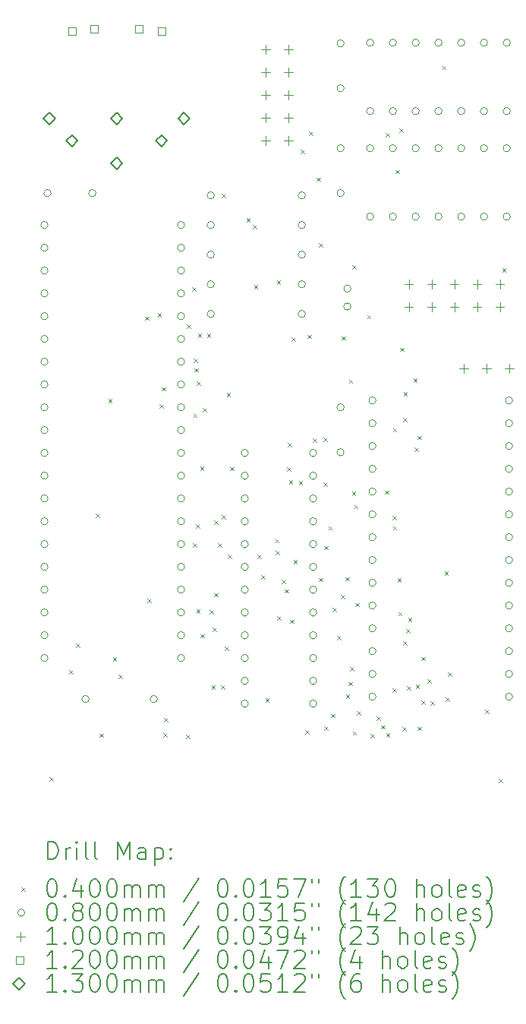
<source format=gbr>
%FSLAX45Y45*%
G04 Gerber Fmt 4.5, Leading zero omitted, Abs format (unit mm)*
G04 Created by KiCad (PCBNEW 6.0.2+dfsg-1) date 2025-05-07 10:33:05*
%MOMM*%
%LPD*%
G01*
G04 APERTURE LIST*
%ADD10C,0.200000*%
%ADD11C,0.040000*%
%ADD12C,0.080000*%
%ADD13C,0.100000*%
%ADD14C,0.120000*%
%ADD15C,0.130000*%
G04 APERTURE END LIST*
D10*
D11*
X12297260Y-13671200D02*
X12337260Y-13711200D01*
X12337260Y-13671200D02*
X12297260Y-13711200D01*
X12518740Y-12481610D02*
X12558740Y-12521610D01*
X12558740Y-12481610D02*
X12518740Y-12521610D01*
X12595050Y-12184380D02*
X12635050Y-12224380D01*
X12635050Y-12184380D02*
X12595050Y-12224380D01*
X12814600Y-10733550D02*
X12854600Y-10773550D01*
X12854600Y-10733550D02*
X12814600Y-10773550D01*
X12855760Y-13184910D02*
X12895760Y-13224910D01*
X12895760Y-13184910D02*
X12855760Y-13224910D01*
X12955180Y-9456720D02*
X12995180Y-9496720D01*
X12995180Y-9456720D02*
X12955180Y-9496720D01*
X13005310Y-12335380D02*
X13045310Y-12375380D01*
X13045310Y-12335380D02*
X13005310Y-12375380D01*
X13068560Y-12527630D02*
X13108560Y-12567630D01*
X13108560Y-12527630D02*
X13068560Y-12567630D01*
X13362420Y-8537870D02*
X13402420Y-8577870D01*
X13402420Y-8537870D02*
X13362420Y-8577870D01*
X13389390Y-11680890D02*
X13429390Y-11720890D01*
X13429390Y-11680890D02*
X13389390Y-11720890D01*
X13505520Y-8501180D02*
X13545520Y-8541180D01*
X13545520Y-8501180D02*
X13505520Y-8541180D01*
X13526780Y-9513850D02*
X13566780Y-9553850D01*
X13566780Y-9513850D02*
X13526780Y-9553850D01*
X13549130Y-9324930D02*
X13589130Y-9364930D01*
X13589130Y-9324930D02*
X13549130Y-9364930D01*
X13569000Y-13179470D02*
X13609000Y-13219470D01*
X13609000Y-13179470D02*
X13569000Y-13219470D01*
X13578010Y-13014550D02*
X13618010Y-13054550D01*
X13618010Y-13014550D02*
X13578010Y-13054550D01*
X13823650Y-13201100D02*
X13863650Y-13241100D01*
X13863650Y-13201100D02*
X13823650Y-13241100D01*
X13829990Y-8629280D02*
X13869990Y-8669280D01*
X13869990Y-8629280D02*
X13829990Y-8669280D01*
X13888670Y-8208880D02*
X13928670Y-8248880D01*
X13928670Y-8208880D02*
X13888670Y-8248880D01*
X13896410Y-11064050D02*
X13936410Y-11104050D01*
X13936410Y-11064050D02*
X13896410Y-11104050D01*
X13903110Y-9622110D02*
X13943110Y-9662110D01*
X13943110Y-9622110D02*
X13903110Y-9662110D01*
X13908540Y-9008140D02*
X13948540Y-9048140D01*
X13948540Y-9008140D02*
X13908540Y-9048140D01*
X13912090Y-9113150D02*
X13952090Y-9153150D01*
X13952090Y-9113150D02*
X13912090Y-9153150D01*
X13933270Y-10853190D02*
X13973270Y-10893190D01*
X13973270Y-10853190D02*
X13933270Y-10893190D01*
X13936820Y-11798890D02*
X13976820Y-11838890D01*
X13976820Y-11798890D02*
X13936820Y-11838890D01*
X13941320Y-9263630D02*
X13981320Y-9303630D01*
X13981320Y-9263630D02*
X13941320Y-9303630D01*
X13954160Y-8729500D02*
X13994160Y-8769500D01*
X13994160Y-8729500D02*
X13954160Y-8769500D01*
X13977590Y-10211750D02*
X14017590Y-10251750D01*
X14017590Y-10211750D02*
X13977590Y-10251750D01*
X13981040Y-12076630D02*
X14021040Y-12116630D01*
X14021040Y-12076630D02*
X13981040Y-12116630D01*
X14005390Y-9560270D02*
X14045390Y-9600270D01*
X14045390Y-9560270D02*
X14005390Y-9600270D01*
X14055560Y-8730890D02*
X14095560Y-8770890D01*
X14095560Y-8730890D02*
X14055560Y-8770890D01*
X14082210Y-11811090D02*
X14122210Y-11851090D01*
X14122210Y-11811090D02*
X14082210Y-11851090D01*
X14104890Y-12650310D02*
X14144890Y-12690310D01*
X14144890Y-12650310D02*
X14104890Y-12690310D01*
X14115240Y-12004970D02*
X14155240Y-12044970D01*
X14155240Y-12004970D02*
X14115240Y-12044970D01*
X14133450Y-11619200D02*
X14173450Y-11659200D01*
X14173450Y-11619200D02*
X14133450Y-11659200D01*
X14135760Y-10813360D02*
X14175760Y-10853360D01*
X14175760Y-10813360D02*
X14135760Y-10853360D01*
X14176260Y-11062860D02*
X14216260Y-11102860D01*
X14216260Y-11062860D02*
X14176260Y-11102860D01*
X14211100Y-12647660D02*
X14251100Y-12687660D01*
X14251100Y-12647660D02*
X14211100Y-12687660D01*
X14219010Y-7169830D02*
X14259010Y-7209830D01*
X14259010Y-7169830D02*
X14219010Y-7209830D01*
X14220220Y-10754210D02*
X14260220Y-10794210D01*
X14260220Y-10754210D02*
X14220220Y-10794210D01*
X14254070Y-12213540D02*
X14294070Y-12253540D01*
X14294070Y-12213540D02*
X14254070Y-12253540D01*
X14275250Y-9389210D02*
X14315250Y-9429210D01*
X14315250Y-9389210D02*
X14275250Y-9429210D01*
X14287730Y-11190740D02*
X14327730Y-11230740D01*
X14327730Y-11190740D02*
X14287730Y-11230740D01*
X14312500Y-10213400D02*
X14352500Y-10253400D01*
X14352500Y-10213400D02*
X14312500Y-10253400D01*
X14494680Y-7442520D02*
X14534680Y-7482520D01*
X14534680Y-7442520D02*
X14494680Y-7482520D01*
X14566060Y-7515220D02*
X14606060Y-7555220D01*
X14606060Y-7515220D02*
X14566060Y-7555220D01*
X14579380Y-8187010D02*
X14619380Y-8227010D01*
X14619380Y-8187010D02*
X14579380Y-8227010D01*
X14615600Y-11194550D02*
X14655600Y-11234550D01*
X14655600Y-11194550D02*
X14615600Y-11234550D01*
X14662000Y-11421170D02*
X14702000Y-11461170D01*
X14702000Y-11421170D02*
X14662000Y-11461170D01*
X14707260Y-12789490D02*
X14747260Y-12829490D01*
X14747260Y-12789490D02*
X14707260Y-12829490D01*
X14817560Y-11017630D02*
X14857560Y-11057630D01*
X14857560Y-11017630D02*
X14817560Y-11057630D01*
X14818490Y-11148490D02*
X14858490Y-11188490D01*
X14858490Y-11148490D02*
X14818490Y-11188490D01*
X14832640Y-8135480D02*
X14872640Y-8175480D01*
X14872640Y-8135480D02*
X14832640Y-8175480D01*
X14837140Y-11880260D02*
X14877140Y-11920260D01*
X14877140Y-11880260D02*
X14837140Y-11920260D01*
X14885790Y-11471260D02*
X14925790Y-11511260D01*
X14925790Y-11471260D02*
X14885790Y-11511260D01*
X14924270Y-11576060D02*
X14964270Y-11616060D01*
X14964270Y-11576060D02*
X14924270Y-11616060D01*
X14948010Y-10218680D02*
X14988010Y-10258680D01*
X14988010Y-10218680D02*
X14948010Y-10258680D01*
X14959150Y-9947870D02*
X14999150Y-9987870D01*
X14999150Y-9947870D02*
X14959150Y-9987870D01*
X14969050Y-10363150D02*
X15009050Y-10403150D01*
X15009050Y-10363150D02*
X14969050Y-10403150D01*
X14982530Y-11916070D02*
X15022530Y-11956070D01*
X15022530Y-11916070D02*
X14982530Y-11956070D01*
X14997180Y-8772810D02*
X15037180Y-8812810D01*
X15037180Y-8772810D02*
X14997180Y-8812810D01*
X15019150Y-11251110D02*
X15059150Y-11291110D01*
X15059150Y-11251110D02*
X15019150Y-11291110D01*
X15079230Y-10370740D02*
X15119230Y-10410740D01*
X15119230Y-10370740D02*
X15079230Y-10410740D01*
X15102690Y-6677700D02*
X15142690Y-6717700D01*
X15142690Y-6677700D02*
X15102690Y-6717700D01*
X15150780Y-13145210D02*
X15190780Y-13185210D01*
X15190780Y-13145210D02*
X15150780Y-13185210D01*
X15175040Y-8739590D02*
X15215040Y-8779590D01*
X15215040Y-8739590D02*
X15175040Y-8779590D01*
X15192370Y-6475440D02*
X15232370Y-6515440D01*
X15232370Y-6475440D02*
X15192370Y-6515440D01*
X15233270Y-9895900D02*
X15273270Y-9935900D01*
X15273270Y-9895900D02*
X15233270Y-9935900D01*
X15280710Y-6988970D02*
X15320710Y-7028970D01*
X15320710Y-6988970D02*
X15280710Y-7028970D01*
X15302960Y-7719120D02*
X15342960Y-7759120D01*
X15342960Y-7719120D02*
X15302960Y-7759120D01*
X15306560Y-11449690D02*
X15346560Y-11489690D01*
X15346560Y-11449690D02*
X15306560Y-11489690D01*
X15356500Y-9888760D02*
X15396500Y-9928760D01*
X15396500Y-9888760D02*
X15356500Y-9928760D01*
X15356500Y-10385680D02*
X15396500Y-10425680D01*
X15396500Y-10385680D02*
X15356500Y-10425680D01*
X15361280Y-13107990D02*
X15401280Y-13147990D01*
X15401280Y-13107990D02*
X15361280Y-13147990D01*
X15363910Y-11093900D02*
X15403910Y-11133900D01*
X15403910Y-11093900D02*
X15363910Y-11133900D01*
X15409100Y-10873890D02*
X15449100Y-10913890D01*
X15449100Y-10873890D02*
X15409100Y-10913890D01*
X15439270Y-12964370D02*
X15479270Y-13004370D01*
X15479270Y-12964370D02*
X15439270Y-13004370D01*
X15455120Y-11787170D02*
X15495120Y-11827170D01*
X15495120Y-11787170D02*
X15455120Y-11827170D01*
X15503820Y-12095540D02*
X15543820Y-12135540D01*
X15543820Y-12095540D02*
X15503820Y-12135540D01*
X15550600Y-11638110D02*
X15590600Y-11678110D01*
X15590600Y-11638110D02*
X15550600Y-11678110D01*
X15554670Y-8756460D02*
X15594670Y-8796460D01*
X15594670Y-8756460D02*
X15554670Y-8796460D01*
X15602580Y-11441630D02*
X15642580Y-11481630D01*
X15642580Y-11441630D02*
X15602580Y-11481630D01*
X15603800Y-12751930D02*
X15643800Y-12791930D01*
X15643800Y-12751930D02*
X15603800Y-12791930D01*
X15634300Y-12608890D02*
X15674300Y-12648890D01*
X15674300Y-12608890D02*
X15634300Y-12648890D01*
X15638710Y-9240930D02*
X15678710Y-9280930D01*
X15678710Y-9240930D02*
X15638710Y-9280930D01*
X15653710Y-12443260D02*
X15693710Y-12483260D01*
X15693710Y-12443260D02*
X15653710Y-12483260D01*
X15672720Y-10492010D02*
X15712720Y-10532010D01*
X15712720Y-10492010D02*
X15672720Y-10532010D01*
X15674300Y-7963800D02*
X15714300Y-8003800D01*
X15714300Y-7963800D02*
X15674300Y-8003800D01*
X15679190Y-13160250D02*
X15719190Y-13200250D01*
X15719190Y-13160250D02*
X15679190Y-13200250D01*
X15696560Y-10637400D02*
X15736560Y-10677400D01*
X15736560Y-10637400D02*
X15696560Y-10677400D01*
X15712510Y-11729750D02*
X15752510Y-11769750D01*
X15752510Y-11729750D02*
X15712510Y-11769750D01*
X15726330Y-12935400D02*
X15766330Y-12975400D01*
X15766330Y-12935400D02*
X15726330Y-12975400D01*
X15840400Y-8521620D02*
X15880400Y-8561620D01*
X15880400Y-8521620D02*
X15840400Y-8561620D01*
X15878060Y-13189950D02*
X15918060Y-13229950D01*
X15918060Y-13189950D02*
X15878060Y-13229950D01*
X15947410Y-12996890D02*
X15987410Y-13036890D01*
X15987410Y-12996890D02*
X15947410Y-13036890D01*
X16000420Y-13093620D02*
X16040420Y-13133620D01*
X16040420Y-13093620D02*
X16000420Y-13133620D01*
X16038290Y-10475250D02*
X16078290Y-10515250D01*
X16078290Y-10475250D02*
X16038290Y-10515250D01*
X16051660Y-6491420D02*
X16091660Y-6531420D01*
X16091660Y-6491420D02*
X16051660Y-6531420D01*
X16052750Y-13183650D02*
X16092750Y-13223650D01*
X16092750Y-13183650D02*
X16052750Y-13223650D01*
X16123720Y-12680080D02*
X16163720Y-12720080D01*
X16163720Y-12680080D02*
X16123720Y-12720080D01*
X16125950Y-10758640D02*
X16165950Y-10798640D01*
X16165950Y-10758640D02*
X16125950Y-10798640D01*
X16129890Y-9781320D02*
X16169890Y-9821320D01*
X16169890Y-9781320D02*
X16129890Y-9821320D01*
X16130040Y-10874740D02*
X16170040Y-10914740D01*
X16170040Y-10874740D02*
X16130040Y-10914740D01*
X16157420Y-6902500D02*
X16197420Y-6942500D01*
X16197420Y-6902500D02*
X16157420Y-6942500D01*
X16179900Y-11453400D02*
X16219900Y-11493400D01*
X16219900Y-11453400D02*
X16179900Y-11493400D01*
X16188910Y-11831860D02*
X16228910Y-11871860D01*
X16228910Y-11831860D02*
X16188910Y-11871860D01*
X16199420Y-6439740D02*
X16239420Y-6479740D01*
X16239420Y-6439740D02*
X16199420Y-6479740D01*
X16210600Y-8884340D02*
X16250600Y-8924340D01*
X16250600Y-8884340D02*
X16210600Y-8924340D01*
X16233420Y-13111620D02*
X16273420Y-13151620D01*
X16273420Y-13111620D02*
X16233420Y-13151620D01*
X16240660Y-12158150D02*
X16280660Y-12198150D01*
X16280660Y-12158150D02*
X16240660Y-12198150D01*
X16243920Y-9666430D02*
X16283920Y-9706430D01*
X16283920Y-9666430D02*
X16243920Y-9706430D01*
X16246700Y-9381000D02*
X16286700Y-9421000D01*
X16286700Y-9381000D02*
X16246700Y-9421000D01*
X16276620Y-12023830D02*
X16316620Y-12063830D01*
X16316620Y-12023830D02*
X16276620Y-12063830D01*
X16282680Y-12655920D02*
X16322680Y-12695920D01*
X16322680Y-12655920D02*
X16282680Y-12695920D01*
X16297530Y-11896800D02*
X16337530Y-11936800D01*
X16337530Y-11896800D02*
X16297530Y-11936800D01*
X16356820Y-9227610D02*
X16396820Y-9267610D01*
X16396820Y-9227610D02*
X16356820Y-9267610D01*
X16370850Y-9999140D02*
X16410850Y-10039140D01*
X16410850Y-9999140D02*
X16370850Y-10039140D01*
X16383720Y-12640530D02*
X16423720Y-12680530D01*
X16423720Y-12640530D02*
X16383720Y-12680530D01*
X16404220Y-9866420D02*
X16444220Y-9906420D01*
X16444220Y-9866420D02*
X16404220Y-9906420D01*
X16405220Y-13109280D02*
X16445220Y-13149280D01*
X16445220Y-13109280D02*
X16405220Y-13149280D01*
X16444480Y-12330210D02*
X16484480Y-12370210D01*
X16484480Y-12330210D02*
X16444480Y-12370210D01*
X16446750Y-12814300D02*
X16486750Y-12854300D01*
X16486750Y-12814300D02*
X16446750Y-12854300D01*
X16511290Y-12580670D02*
X16551290Y-12620670D01*
X16551290Y-12580670D02*
X16511290Y-12620670D01*
X16546950Y-12825280D02*
X16586950Y-12865280D01*
X16586950Y-12825280D02*
X16546950Y-12865280D01*
X16678680Y-5742630D02*
X16718680Y-5782630D01*
X16718680Y-5742630D02*
X16678680Y-5782630D01*
X16704120Y-11375270D02*
X16744120Y-11415270D01*
X16744120Y-11375270D02*
X16704120Y-11415270D01*
X16715760Y-12781170D02*
X16755760Y-12821170D01*
X16755760Y-12781170D02*
X16715760Y-12821170D01*
X16743220Y-12505220D02*
X16783220Y-12545220D01*
X16783220Y-12505220D02*
X16743220Y-12545220D01*
X17158730Y-12920730D02*
X17198730Y-12960730D01*
X17198730Y-12920730D02*
X17158730Y-12960730D01*
X17310860Y-13687670D02*
X17350860Y-13727670D01*
X17350860Y-13687670D02*
X17310860Y-13727670D01*
X17347390Y-7997410D02*
X17387390Y-8037410D01*
X17387390Y-7997410D02*
X17347390Y-8037410D01*
D12*
X12282300Y-7518400D02*
G75*
G03*
X12282300Y-7518400I-40000J0D01*
G01*
X12282300Y-7772400D02*
G75*
G03*
X12282300Y-7772400I-40000J0D01*
G01*
X12282300Y-8026400D02*
G75*
G03*
X12282300Y-8026400I-40000J0D01*
G01*
X12282300Y-8280400D02*
G75*
G03*
X12282300Y-8280400I-40000J0D01*
G01*
X12282300Y-8534400D02*
G75*
G03*
X12282300Y-8534400I-40000J0D01*
G01*
X12282300Y-8788400D02*
G75*
G03*
X12282300Y-8788400I-40000J0D01*
G01*
X12282300Y-9042400D02*
G75*
G03*
X12282300Y-9042400I-40000J0D01*
G01*
X12282300Y-9296400D02*
G75*
G03*
X12282300Y-9296400I-40000J0D01*
G01*
X12282300Y-9550400D02*
G75*
G03*
X12282300Y-9550400I-40000J0D01*
G01*
X12282300Y-9804400D02*
G75*
G03*
X12282300Y-9804400I-40000J0D01*
G01*
X12282300Y-10058400D02*
G75*
G03*
X12282300Y-10058400I-40000J0D01*
G01*
X12282300Y-10312400D02*
G75*
G03*
X12282300Y-10312400I-40000J0D01*
G01*
X12282300Y-10566400D02*
G75*
G03*
X12282300Y-10566400I-40000J0D01*
G01*
X12282300Y-10820400D02*
G75*
G03*
X12282300Y-10820400I-40000J0D01*
G01*
X12282300Y-11074400D02*
G75*
G03*
X12282300Y-11074400I-40000J0D01*
G01*
X12282300Y-11328400D02*
G75*
G03*
X12282300Y-11328400I-40000J0D01*
G01*
X12282300Y-11582400D02*
G75*
G03*
X12282300Y-11582400I-40000J0D01*
G01*
X12282300Y-11836400D02*
G75*
G03*
X12282300Y-11836400I-40000J0D01*
G01*
X12282300Y-12090400D02*
G75*
G03*
X12282300Y-12090400I-40000J0D01*
G01*
X12282300Y-12344400D02*
G75*
G03*
X12282300Y-12344400I-40000J0D01*
G01*
X12316200Y-7162800D02*
G75*
G03*
X12316200Y-7162800I-40000J0D01*
G01*
X12740000Y-12801600D02*
G75*
G03*
X12740000Y-12801600I-40000J0D01*
G01*
X12816200Y-7162800D02*
G75*
G03*
X12816200Y-7162800I-40000J0D01*
G01*
X13502000Y-12801600D02*
G75*
G03*
X13502000Y-12801600I-40000J0D01*
G01*
X13806300Y-7518400D02*
G75*
G03*
X13806300Y-7518400I-40000J0D01*
G01*
X13806300Y-7772400D02*
G75*
G03*
X13806300Y-7772400I-40000J0D01*
G01*
X13806300Y-8026400D02*
G75*
G03*
X13806300Y-8026400I-40000J0D01*
G01*
X13806300Y-8280400D02*
G75*
G03*
X13806300Y-8280400I-40000J0D01*
G01*
X13806300Y-8534400D02*
G75*
G03*
X13806300Y-8534400I-40000J0D01*
G01*
X13806300Y-8788400D02*
G75*
G03*
X13806300Y-8788400I-40000J0D01*
G01*
X13806300Y-9042400D02*
G75*
G03*
X13806300Y-9042400I-40000J0D01*
G01*
X13806300Y-9296400D02*
G75*
G03*
X13806300Y-9296400I-40000J0D01*
G01*
X13806300Y-9550400D02*
G75*
G03*
X13806300Y-9550400I-40000J0D01*
G01*
X13806300Y-9804400D02*
G75*
G03*
X13806300Y-9804400I-40000J0D01*
G01*
X13806300Y-10058400D02*
G75*
G03*
X13806300Y-10058400I-40000J0D01*
G01*
X13806300Y-10312400D02*
G75*
G03*
X13806300Y-10312400I-40000J0D01*
G01*
X13806300Y-10566400D02*
G75*
G03*
X13806300Y-10566400I-40000J0D01*
G01*
X13806300Y-10820400D02*
G75*
G03*
X13806300Y-10820400I-40000J0D01*
G01*
X13806300Y-11074400D02*
G75*
G03*
X13806300Y-11074400I-40000J0D01*
G01*
X13806300Y-11328400D02*
G75*
G03*
X13806300Y-11328400I-40000J0D01*
G01*
X13806300Y-11582400D02*
G75*
G03*
X13806300Y-11582400I-40000J0D01*
G01*
X13806300Y-11836400D02*
G75*
G03*
X13806300Y-11836400I-40000J0D01*
G01*
X13806300Y-12090400D02*
G75*
G03*
X13806300Y-12090400I-40000J0D01*
G01*
X13806300Y-12344400D02*
G75*
G03*
X13806300Y-12344400I-40000J0D01*
G01*
X14137000Y-7188200D02*
G75*
G03*
X14137000Y-7188200I-40000J0D01*
G01*
X14137000Y-7518400D02*
G75*
G03*
X14137000Y-7518400I-40000J0D01*
G01*
X14137000Y-7848600D02*
G75*
G03*
X14137000Y-7848600I-40000J0D01*
G01*
X14137000Y-8178800D02*
G75*
G03*
X14137000Y-8178800I-40000J0D01*
G01*
X14137000Y-8509000D02*
G75*
G03*
X14137000Y-8509000I-40000J0D01*
G01*
X14517000Y-10058900D02*
G75*
G03*
X14517000Y-10058900I-40000J0D01*
G01*
X14517000Y-10312900D02*
G75*
G03*
X14517000Y-10312900I-40000J0D01*
G01*
X14517000Y-10566900D02*
G75*
G03*
X14517000Y-10566900I-40000J0D01*
G01*
X14517000Y-10820900D02*
G75*
G03*
X14517000Y-10820900I-40000J0D01*
G01*
X14517000Y-11074900D02*
G75*
G03*
X14517000Y-11074900I-40000J0D01*
G01*
X14517000Y-11328900D02*
G75*
G03*
X14517000Y-11328900I-40000J0D01*
G01*
X14517000Y-11582900D02*
G75*
G03*
X14517000Y-11582900I-40000J0D01*
G01*
X14517000Y-11836900D02*
G75*
G03*
X14517000Y-11836900I-40000J0D01*
G01*
X14517000Y-12090900D02*
G75*
G03*
X14517000Y-12090900I-40000J0D01*
G01*
X14517000Y-12344900D02*
G75*
G03*
X14517000Y-12344900I-40000J0D01*
G01*
X14517000Y-12598900D02*
G75*
G03*
X14517000Y-12598900I-40000J0D01*
G01*
X14517000Y-12852900D02*
G75*
G03*
X14517000Y-12852900I-40000J0D01*
G01*
X15153000Y-7188200D02*
G75*
G03*
X15153000Y-7188200I-40000J0D01*
G01*
X15153000Y-7518400D02*
G75*
G03*
X15153000Y-7518400I-40000J0D01*
G01*
X15153000Y-7848600D02*
G75*
G03*
X15153000Y-7848600I-40000J0D01*
G01*
X15153000Y-8178800D02*
G75*
G03*
X15153000Y-8178800I-40000J0D01*
G01*
X15153000Y-8509000D02*
G75*
G03*
X15153000Y-8509000I-40000J0D01*
G01*
X15279000Y-10058900D02*
G75*
G03*
X15279000Y-10058900I-40000J0D01*
G01*
X15279000Y-10312900D02*
G75*
G03*
X15279000Y-10312900I-40000J0D01*
G01*
X15279000Y-10566900D02*
G75*
G03*
X15279000Y-10566900I-40000J0D01*
G01*
X15279000Y-10820900D02*
G75*
G03*
X15279000Y-10820900I-40000J0D01*
G01*
X15279000Y-11074900D02*
G75*
G03*
X15279000Y-11074900I-40000J0D01*
G01*
X15279000Y-11328900D02*
G75*
G03*
X15279000Y-11328900I-40000J0D01*
G01*
X15279000Y-11582900D02*
G75*
G03*
X15279000Y-11582900I-40000J0D01*
G01*
X15279000Y-11836900D02*
G75*
G03*
X15279000Y-11836900I-40000J0D01*
G01*
X15279000Y-12090900D02*
G75*
G03*
X15279000Y-12090900I-40000J0D01*
G01*
X15279000Y-12344900D02*
G75*
G03*
X15279000Y-12344900I-40000J0D01*
G01*
X15279000Y-12598900D02*
G75*
G03*
X15279000Y-12598900I-40000J0D01*
G01*
X15279000Y-12852900D02*
G75*
G03*
X15279000Y-12852900I-40000J0D01*
G01*
X15584800Y-5493000D02*
G75*
G03*
X15584800Y-5493000I-40000J0D01*
G01*
X15584800Y-5993000D02*
G75*
G03*
X15584800Y-5993000I-40000J0D01*
G01*
X15584800Y-6661400D02*
G75*
G03*
X15584800Y-6661400I-40000J0D01*
G01*
X15584800Y-7161400D02*
G75*
G03*
X15584800Y-7161400I-40000J0D01*
G01*
X15584800Y-9550400D02*
G75*
G03*
X15584800Y-9550400I-40000J0D01*
G01*
X15584800Y-10050400D02*
G75*
G03*
X15584800Y-10050400I-40000J0D01*
G01*
X15661000Y-8226710D02*
G75*
G03*
X15661000Y-8226710I-40000J0D01*
G01*
X15661000Y-8426710D02*
G75*
G03*
X15661000Y-8426710I-40000J0D01*
G01*
X15915000Y-5486400D02*
G75*
G03*
X15915000Y-5486400I-40000J0D01*
G01*
X15915000Y-6248400D02*
G75*
G03*
X15915000Y-6248400I-40000J0D01*
G01*
X15915000Y-6661400D02*
G75*
G03*
X15915000Y-6661400I-40000J0D01*
G01*
X15915000Y-7423400D02*
G75*
G03*
X15915000Y-7423400I-40000J0D01*
G01*
X15939900Y-9472700D02*
G75*
G03*
X15939900Y-9472700I-40000J0D01*
G01*
X15939900Y-9726700D02*
G75*
G03*
X15939900Y-9726700I-40000J0D01*
G01*
X15939900Y-9980700D02*
G75*
G03*
X15939900Y-9980700I-40000J0D01*
G01*
X15939900Y-10234700D02*
G75*
G03*
X15939900Y-10234700I-40000J0D01*
G01*
X15939900Y-10488700D02*
G75*
G03*
X15939900Y-10488700I-40000J0D01*
G01*
X15939900Y-10742700D02*
G75*
G03*
X15939900Y-10742700I-40000J0D01*
G01*
X15939900Y-10996700D02*
G75*
G03*
X15939900Y-10996700I-40000J0D01*
G01*
X15939900Y-11250700D02*
G75*
G03*
X15939900Y-11250700I-40000J0D01*
G01*
X15939900Y-11504700D02*
G75*
G03*
X15939900Y-11504700I-40000J0D01*
G01*
X15939900Y-11758700D02*
G75*
G03*
X15939900Y-11758700I-40000J0D01*
G01*
X15939900Y-12012700D02*
G75*
G03*
X15939900Y-12012700I-40000J0D01*
G01*
X15939900Y-12266700D02*
G75*
G03*
X15939900Y-12266700I-40000J0D01*
G01*
X15939900Y-12520700D02*
G75*
G03*
X15939900Y-12520700I-40000J0D01*
G01*
X15939900Y-12774700D02*
G75*
G03*
X15939900Y-12774700I-40000J0D01*
G01*
X16169000Y-5486400D02*
G75*
G03*
X16169000Y-5486400I-40000J0D01*
G01*
X16169000Y-6248400D02*
G75*
G03*
X16169000Y-6248400I-40000J0D01*
G01*
X16169000Y-6661400D02*
G75*
G03*
X16169000Y-6661400I-40000J0D01*
G01*
X16169000Y-7423400D02*
G75*
G03*
X16169000Y-7423400I-40000J0D01*
G01*
X16423000Y-5486400D02*
G75*
G03*
X16423000Y-5486400I-40000J0D01*
G01*
X16423000Y-6248400D02*
G75*
G03*
X16423000Y-6248400I-40000J0D01*
G01*
X16423000Y-6661400D02*
G75*
G03*
X16423000Y-6661400I-40000J0D01*
G01*
X16423000Y-7423400D02*
G75*
G03*
X16423000Y-7423400I-40000J0D01*
G01*
X16677000Y-5486400D02*
G75*
G03*
X16677000Y-5486400I-40000J0D01*
G01*
X16677000Y-6248400D02*
G75*
G03*
X16677000Y-6248400I-40000J0D01*
G01*
X16677000Y-6661400D02*
G75*
G03*
X16677000Y-6661400I-40000J0D01*
G01*
X16677000Y-7423400D02*
G75*
G03*
X16677000Y-7423400I-40000J0D01*
G01*
X16931000Y-5486400D02*
G75*
G03*
X16931000Y-5486400I-40000J0D01*
G01*
X16931000Y-6248400D02*
G75*
G03*
X16931000Y-6248400I-40000J0D01*
G01*
X16931000Y-6661400D02*
G75*
G03*
X16931000Y-6661400I-40000J0D01*
G01*
X16931000Y-7423400D02*
G75*
G03*
X16931000Y-7423400I-40000J0D01*
G01*
X17185000Y-5486400D02*
G75*
G03*
X17185000Y-5486400I-40000J0D01*
G01*
X17185000Y-6248400D02*
G75*
G03*
X17185000Y-6248400I-40000J0D01*
G01*
X17185000Y-6661400D02*
G75*
G03*
X17185000Y-6661400I-40000J0D01*
G01*
X17185000Y-7423400D02*
G75*
G03*
X17185000Y-7423400I-40000J0D01*
G01*
X17439000Y-5486400D02*
G75*
G03*
X17439000Y-5486400I-40000J0D01*
G01*
X17439000Y-6248400D02*
G75*
G03*
X17439000Y-6248400I-40000J0D01*
G01*
X17439000Y-6661400D02*
G75*
G03*
X17439000Y-6661400I-40000J0D01*
G01*
X17439000Y-7423400D02*
G75*
G03*
X17439000Y-7423400I-40000J0D01*
G01*
X17463900Y-9472700D02*
G75*
G03*
X17463900Y-9472700I-40000J0D01*
G01*
X17463900Y-9726700D02*
G75*
G03*
X17463900Y-9726700I-40000J0D01*
G01*
X17463900Y-9980700D02*
G75*
G03*
X17463900Y-9980700I-40000J0D01*
G01*
X17463900Y-10234700D02*
G75*
G03*
X17463900Y-10234700I-40000J0D01*
G01*
X17463900Y-10488700D02*
G75*
G03*
X17463900Y-10488700I-40000J0D01*
G01*
X17463900Y-10742700D02*
G75*
G03*
X17463900Y-10742700I-40000J0D01*
G01*
X17463900Y-10996700D02*
G75*
G03*
X17463900Y-10996700I-40000J0D01*
G01*
X17463900Y-11250700D02*
G75*
G03*
X17463900Y-11250700I-40000J0D01*
G01*
X17463900Y-11504700D02*
G75*
G03*
X17463900Y-11504700I-40000J0D01*
G01*
X17463900Y-11758700D02*
G75*
G03*
X17463900Y-11758700I-40000J0D01*
G01*
X17463900Y-12012700D02*
G75*
G03*
X17463900Y-12012700I-40000J0D01*
G01*
X17463900Y-12266700D02*
G75*
G03*
X17463900Y-12266700I-40000J0D01*
G01*
X17463900Y-12520700D02*
G75*
G03*
X17463900Y-12520700I-40000J0D01*
G01*
X17463900Y-12774700D02*
G75*
G03*
X17463900Y-12774700I-40000J0D01*
G01*
D13*
X14706600Y-5512600D02*
X14706600Y-5612600D01*
X14656600Y-5562600D02*
X14756600Y-5562600D01*
X14706600Y-5766600D02*
X14706600Y-5866600D01*
X14656600Y-5816600D02*
X14756600Y-5816600D01*
X14706600Y-6020600D02*
X14706600Y-6120600D01*
X14656600Y-6070600D02*
X14756600Y-6070600D01*
X14706600Y-6274600D02*
X14706600Y-6374600D01*
X14656600Y-6324600D02*
X14756600Y-6324600D01*
X14706600Y-6528600D02*
X14706600Y-6628600D01*
X14656600Y-6578600D02*
X14756600Y-6578600D01*
X14960600Y-5512600D02*
X14960600Y-5612600D01*
X14910600Y-5562600D02*
X15010600Y-5562600D01*
X14960600Y-5766600D02*
X14960600Y-5866600D01*
X14910600Y-5816600D02*
X15010600Y-5816600D01*
X14960600Y-6020600D02*
X14960600Y-6120600D01*
X14910600Y-6070600D02*
X15010600Y-6070600D01*
X14960600Y-6274600D02*
X14960600Y-6374600D01*
X14910600Y-6324600D02*
X15010600Y-6324600D01*
X14960600Y-6528600D02*
X14960600Y-6628600D01*
X14910600Y-6578600D02*
X15010600Y-6578600D01*
X16306300Y-8128300D02*
X16306300Y-8228300D01*
X16256300Y-8178300D02*
X16356300Y-8178300D01*
X16306300Y-8382300D02*
X16306300Y-8482300D01*
X16256300Y-8432300D02*
X16356300Y-8432300D01*
X16560300Y-8128300D02*
X16560300Y-8228300D01*
X16510300Y-8178300D02*
X16610300Y-8178300D01*
X16560300Y-8382300D02*
X16560300Y-8482300D01*
X16510300Y-8432300D02*
X16610300Y-8432300D01*
X16814300Y-8128300D02*
X16814300Y-8228300D01*
X16764300Y-8178300D02*
X16864300Y-8178300D01*
X16814300Y-8382300D02*
X16814300Y-8482300D01*
X16764300Y-8432300D02*
X16864300Y-8432300D01*
X16916400Y-9068600D02*
X16916400Y-9168600D01*
X16866400Y-9118600D02*
X16966400Y-9118600D01*
X17068300Y-8128300D02*
X17068300Y-8228300D01*
X17018300Y-8178300D02*
X17118300Y-8178300D01*
X17068300Y-8382300D02*
X17068300Y-8482300D01*
X17018300Y-8432300D02*
X17118300Y-8432300D01*
X17170400Y-9068600D02*
X17170400Y-9168600D01*
X17120400Y-9118600D02*
X17220400Y-9118600D01*
X17322300Y-8128300D02*
X17322300Y-8228300D01*
X17272300Y-8178300D02*
X17372300Y-8178300D01*
X17322300Y-8382300D02*
X17322300Y-8482300D01*
X17272300Y-8432300D02*
X17372300Y-8432300D01*
X17424400Y-9068600D02*
X17424400Y-9168600D01*
X17374400Y-9118600D02*
X17474400Y-9118600D01*
D14*
X12590027Y-5401827D02*
X12590027Y-5316973D01*
X12505173Y-5316973D01*
X12505173Y-5401827D01*
X12590027Y-5401827D01*
X12840027Y-5371827D02*
X12840027Y-5286973D01*
X12755173Y-5286973D01*
X12755173Y-5371827D01*
X12840027Y-5371827D01*
X13340027Y-5371827D02*
X13340027Y-5286973D01*
X13255173Y-5286973D01*
X13255173Y-5371827D01*
X13340027Y-5371827D01*
X13590027Y-5401827D02*
X13590027Y-5316973D01*
X13505173Y-5316973D01*
X13505173Y-5401827D01*
X13590027Y-5401827D01*
D15*
X12297600Y-6394400D02*
X12362600Y-6329400D01*
X12297600Y-6264400D01*
X12232600Y-6329400D01*
X12297600Y-6394400D01*
X12547600Y-6644400D02*
X12612600Y-6579400D01*
X12547600Y-6514400D01*
X12482600Y-6579400D01*
X12547600Y-6644400D01*
X13047600Y-6394400D02*
X13112600Y-6329400D01*
X13047600Y-6264400D01*
X12982600Y-6329400D01*
X13047600Y-6394400D01*
X13047600Y-6894400D02*
X13112600Y-6829400D01*
X13047600Y-6764400D01*
X12982600Y-6829400D01*
X13047600Y-6894400D01*
X13547600Y-6644400D02*
X13612600Y-6579400D01*
X13547600Y-6514400D01*
X13482600Y-6579400D01*
X13547600Y-6644400D01*
X13797600Y-6394400D02*
X13862600Y-6329400D01*
X13797600Y-6264400D01*
X13732600Y-6329400D01*
X13797600Y-6394400D01*
D10*
X12280429Y-14588936D02*
X12280429Y-14388936D01*
X12328048Y-14388936D01*
X12356619Y-14398460D01*
X12375667Y-14417508D01*
X12385191Y-14436555D01*
X12394715Y-14474650D01*
X12394715Y-14503222D01*
X12385191Y-14541317D01*
X12375667Y-14560365D01*
X12356619Y-14579412D01*
X12328048Y-14588936D01*
X12280429Y-14588936D01*
X12480429Y-14588936D02*
X12480429Y-14455603D01*
X12480429Y-14493698D02*
X12489953Y-14474650D01*
X12499477Y-14465127D01*
X12518524Y-14455603D01*
X12537572Y-14455603D01*
X12604238Y-14588936D02*
X12604238Y-14455603D01*
X12604238Y-14388936D02*
X12594715Y-14398460D01*
X12604238Y-14407984D01*
X12613762Y-14398460D01*
X12604238Y-14388936D01*
X12604238Y-14407984D01*
X12728048Y-14588936D02*
X12709000Y-14579412D01*
X12699477Y-14560365D01*
X12699477Y-14388936D01*
X12832810Y-14588936D02*
X12813762Y-14579412D01*
X12804238Y-14560365D01*
X12804238Y-14388936D01*
X13061381Y-14588936D02*
X13061381Y-14388936D01*
X13128048Y-14531793D01*
X13194715Y-14388936D01*
X13194715Y-14588936D01*
X13375667Y-14588936D02*
X13375667Y-14484174D01*
X13366143Y-14465127D01*
X13347096Y-14455603D01*
X13309000Y-14455603D01*
X13289953Y-14465127D01*
X13375667Y-14579412D02*
X13356619Y-14588936D01*
X13309000Y-14588936D01*
X13289953Y-14579412D01*
X13280429Y-14560365D01*
X13280429Y-14541317D01*
X13289953Y-14522269D01*
X13309000Y-14512746D01*
X13356619Y-14512746D01*
X13375667Y-14503222D01*
X13470905Y-14455603D02*
X13470905Y-14655603D01*
X13470905Y-14465127D02*
X13489953Y-14455603D01*
X13528048Y-14455603D01*
X13547096Y-14465127D01*
X13556619Y-14474650D01*
X13566143Y-14493698D01*
X13566143Y-14550841D01*
X13556619Y-14569888D01*
X13547096Y-14579412D01*
X13528048Y-14588936D01*
X13489953Y-14588936D01*
X13470905Y-14579412D01*
X13651858Y-14569888D02*
X13661381Y-14579412D01*
X13651858Y-14588936D01*
X13642334Y-14579412D01*
X13651858Y-14569888D01*
X13651858Y-14588936D01*
X13651858Y-14465127D02*
X13661381Y-14474650D01*
X13651858Y-14484174D01*
X13642334Y-14474650D01*
X13651858Y-14465127D01*
X13651858Y-14484174D01*
D11*
X11982810Y-14898460D02*
X12022810Y-14938460D01*
X12022810Y-14898460D02*
X11982810Y-14938460D01*
D10*
X12318524Y-14808936D02*
X12337572Y-14808936D01*
X12356619Y-14818460D01*
X12366143Y-14827984D01*
X12375667Y-14847031D01*
X12385191Y-14885127D01*
X12385191Y-14932746D01*
X12375667Y-14970841D01*
X12366143Y-14989888D01*
X12356619Y-14999412D01*
X12337572Y-15008936D01*
X12318524Y-15008936D01*
X12299477Y-14999412D01*
X12289953Y-14989888D01*
X12280429Y-14970841D01*
X12270905Y-14932746D01*
X12270905Y-14885127D01*
X12280429Y-14847031D01*
X12289953Y-14827984D01*
X12299477Y-14818460D01*
X12318524Y-14808936D01*
X12470905Y-14989888D02*
X12480429Y-14999412D01*
X12470905Y-15008936D01*
X12461381Y-14999412D01*
X12470905Y-14989888D01*
X12470905Y-15008936D01*
X12651858Y-14875603D02*
X12651858Y-15008936D01*
X12604238Y-14799412D02*
X12556619Y-14942269D01*
X12680429Y-14942269D01*
X12794715Y-14808936D02*
X12813762Y-14808936D01*
X12832810Y-14818460D01*
X12842334Y-14827984D01*
X12851858Y-14847031D01*
X12861381Y-14885127D01*
X12861381Y-14932746D01*
X12851858Y-14970841D01*
X12842334Y-14989888D01*
X12832810Y-14999412D01*
X12813762Y-15008936D01*
X12794715Y-15008936D01*
X12775667Y-14999412D01*
X12766143Y-14989888D01*
X12756619Y-14970841D01*
X12747096Y-14932746D01*
X12747096Y-14885127D01*
X12756619Y-14847031D01*
X12766143Y-14827984D01*
X12775667Y-14818460D01*
X12794715Y-14808936D01*
X12985191Y-14808936D02*
X13004238Y-14808936D01*
X13023286Y-14818460D01*
X13032810Y-14827984D01*
X13042334Y-14847031D01*
X13051858Y-14885127D01*
X13051858Y-14932746D01*
X13042334Y-14970841D01*
X13032810Y-14989888D01*
X13023286Y-14999412D01*
X13004238Y-15008936D01*
X12985191Y-15008936D01*
X12966143Y-14999412D01*
X12956619Y-14989888D01*
X12947096Y-14970841D01*
X12937572Y-14932746D01*
X12937572Y-14885127D01*
X12947096Y-14847031D01*
X12956619Y-14827984D01*
X12966143Y-14818460D01*
X12985191Y-14808936D01*
X13137572Y-15008936D02*
X13137572Y-14875603D01*
X13137572Y-14894650D02*
X13147096Y-14885127D01*
X13166143Y-14875603D01*
X13194715Y-14875603D01*
X13213762Y-14885127D01*
X13223286Y-14904174D01*
X13223286Y-15008936D01*
X13223286Y-14904174D02*
X13232810Y-14885127D01*
X13251858Y-14875603D01*
X13280429Y-14875603D01*
X13299477Y-14885127D01*
X13309000Y-14904174D01*
X13309000Y-15008936D01*
X13404238Y-15008936D02*
X13404238Y-14875603D01*
X13404238Y-14894650D02*
X13413762Y-14885127D01*
X13432810Y-14875603D01*
X13461381Y-14875603D01*
X13480429Y-14885127D01*
X13489953Y-14904174D01*
X13489953Y-15008936D01*
X13489953Y-14904174D02*
X13499477Y-14885127D01*
X13518524Y-14875603D01*
X13547096Y-14875603D01*
X13566143Y-14885127D01*
X13575667Y-14904174D01*
X13575667Y-15008936D01*
X13966143Y-14799412D02*
X13794715Y-15056555D01*
X14223286Y-14808936D02*
X14242334Y-14808936D01*
X14261381Y-14818460D01*
X14270905Y-14827984D01*
X14280429Y-14847031D01*
X14289953Y-14885127D01*
X14289953Y-14932746D01*
X14280429Y-14970841D01*
X14270905Y-14989888D01*
X14261381Y-14999412D01*
X14242334Y-15008936D01*
X14223286Y-15008936D01*
X14204238Y-14999412D01*
X14194715Y-14989888D01*
X14185191Y-14970841D01*
X14175667Y-14932746D01*
X14175667Y-14885127D01*
X14185191Y-14847031D01*
X14194715Y-14827984D01*
X14204238Y-14818460D01*
X14223286Y-14808936D01*
X14375667Y-14989888D02*
X14385191Y-14999412D01*
X14375667Y-15008936D01*
X14366143Y-14999412D01*
X14375667Y-14989888D01*
X14375667Y-15008936D01*
X14509000Y-14808936D02*
X14528048Y-14808936D01*
X14547096Y-14818460D01*
X14556619Y-14827984D01*
X14566143Y-14847031D01*
X14575667Y-14885127D01*
X14575667Y-14932746D01*
X14566143Y-14970841D01*
X14556619Y-14989888D01*
X14547096Y-14999412D01*
X14528048Y-15008936D01*
X14509000Y-15008936D01*
X14489953Y-14999412D01*
X14480429Y-14989888D01*
X14470905Y-14970841D01*
X14461381Y-14932746D01*
X14461381Y-14885127D01*
X14470905Y-14847031D01*
X14480429Y-14827984D01*
X14489953Y-14818460D01*
X14509000Y-14808936D01*
X14766143Y-15008936D02*
X14651858Y-15008936D01*
X14709000Y-15008936D02*
X14709000Y-14808936D01*
X14689953Y-14837508D01*
X14670905Y-14856555D01*
X14651858Y-14866079D01*
X14947096Y-14808936D02*
X14851858Y-14808936D01*
X14842334Y-14904174D01*
X14851858Y-14894650D01*
X14870905Y-14885127D01*
X14918524Y-14885127D01*
X14937572Y-14894650D01*
X14947096Y-14904174D01*
X14956619Y-14923222D01*
X14956619Y-14970841D01*
X14947096Y-14989888D01*
X14937572Y-14999412D01*
X14918524Y-15008936D01*
X14870905Y-15008936D01*
X14851858Y-14999412D01*
X14842334Y-14989888D01*
X15023286Y-14808936D02*
X15156619Y-14808936D01*
X15070905Y-15008936D01*
X15223286Y-14808936D02*
X15223286Y-14847031D01*
X15299477Y-14808936D02*
X15299477Y-14847031D01*
X15594715Y-15085127D02*
X15585191Y-15075603D01*
X15566143Y-15047031D01*
X15556619Y-15027984D01*
X15547096Y-14999412D01*
X15537572Y-14951793D01*
X15537572Y-14913698D01*
X15547096Y-14866079D01*
X15556619Y-14837508D01*
X15566143Y-14818460D01*
X15585191Y-14789888D01*
X15594715Y-14780365D01*
X15775667Y-15008936D02*
X15661381Y-15008936D01*
X15718524Y-15008936D02*
X15718524Y-14808936D01*
X15699477Y-14837508D01*
X15680429Y-14856555D01*
X15661381Y-14866079D01*
X15842334Y-14808936D02*
X15966143Y-14808936D01*
X15899477Y-14885127D01*
X15928048Y-14885127D01*
X15947096Y-14894650D01*
X15956619Y-14904174D01*
X15966143Y-14923222D01*
X15966143Y-14970841D01*
X15956619Y-14989888D01*
X15947096Y-14999412D01*
X15928048Y-15008936D01*
X15870905Y-15008936D01*
X15851858Y-14999412D01*
X15842334Y-14989888D01*
X16089953Y-14808936D02*
X16109000Y-14808936D01*
X16128048Y-14818460D01*
X16137572Y-14827984D01*
X16147096Y-14847031D01*
X16156619Y-14885127D01*
X16156619Y-14932746D01*
X16147096Y-14970841D01*
X16137572Y-14989888D01*
X16128048Y-14999412D01*
X16109000Y-15008936D01*
X16089953Y-15008936D01*
X16070905Y-14999412D01*
X16061381Y-14989888D01*
X16051858Y-14970841D01*
X16042334Y-14932746D01*
X16042334Y-14885127D01*
X16051858Y-14847031D01*
X16061381Y-14827984D01*
X16070905Y-14818460D01*
X16089953Y-14808936D01*
X16394715Y-15008936D02*
X16394715Y-14808936D01*
X16480429Y-15008936D02*
X16480429Y-14904174D01*
X16470905Y-14885127D01*
X16451858Y-14875603D01*
X16423286Y-14875603D01*
X16404238Y-14885127D01*
X16394715Y-14894650D01*
X16604238Y-15008936D02*
X16585191Y-14999412D01*
X16575667Y-14989888D01*
X16566143Y-14970841D01*
X16566143Y-14913698D01*
X16575667Y-14894650D01*
X16585191Y-14885127D01*
X16604238Y-14875603D01*
X16632810Y-14875603D01*
X16651858Y-14885127D01*
X16661381Y-14894650D01*
X16670905Y-14913698D01*
X16670905Y-14970841D01*
X16661381Y-14989888D01*
X16651858Y-14999412D01*
X16632810Y-15008936D01*
X16604238Y-15008936D01*
X16785191Y-15008936D02*
X16766143Y-14999412D01*
X16756619Y-14980365D01*
X16756619Y-14808936D01*
X16937572Y-14999412D02*
X16918524Y-15008936D01*
X16880429Y-15008936D01*
X16861381Y-14999412D01*
X16851858Y-14980365D01*
X16851858Y-14904174D01*
X16861381Y-14885127D01*
X16880429Y-14875603D01*
X16918524Y-14875603D01*
X16937572Y-14885127D01*
X16947096Y-14904174D01*
X16947096Y-14923222D01*
X16851858Y-14942269D01*
X17023286Y-14999412D02*
X17042334Y-15008936D01*
X17080429Y-15008936D01*
X17099477Y-14999412D01*
X17109000Y-14980365D01*
X17109000Y-14970841D01*
X17099477Y-14951793D01*
X17080429Y-14942269D01*
X17051858Y-14942269D01*
X17032810Y-14932746D01*
X17023286Y-14913698D01*
X17023286Y-14904174D01*
X17032810Y-14885127D01*
X17051858Y-14875603D01*
X17080429Y-14875603D01*
X17099477Y-14885127D01*
X17175667Y-15085127D02*
X17185191Y-15075603D01*
X17204239Y-15047031D01*
X17213762Y-15027984D01*
X17223286Y-14999412D01*
X17232810Y-14951793D01*
X17232810Y-14913698D01*
X17223286Y-14866079D01*
X17213762Y-14837508D01*
X17204239Y-14818460D01*
X17185191Y-14789888D01*
X17175667Y-14780365D01*
D12*
X12022810Y-15182460D02*
G75*
G03*
X12022810Y-15182460I-40000J0D01*
G01*
D10*
X12318524Y-15072936D02*
X12337572Y-15072936D01*
X12356619Y-15082460D01*
X12366143Y-15091984D01*
X12375667Y-15111031D01*
X12385191Y-15149127D01*
X12385191Y-15196746D01*
X12375667Y-15234841D01*
X12366143Y-15253888D01*
X12356619Y-15263412D01*
X12337572Y-15272936D01*
X12318524Y-15272936D01*
X12299477Y-15263412D01*
X12289953Y-15253888D01*
X12280429Y-15234841D01*
X12270905Y-15196746D01*
X12270905Y-15149127D01*
X12280429Y-15111031D01*
X12289953Y-15091984D01*
X12299477Y-15082460D01*
X12318524Y-15072936D01*
X12470905Y-15253888D02*
X12480429Y-15263412D01*
X12470905Y-15272936D01*
X12461381Y-15263412D01*
X12470905Y-15253888D01*
X12470905Y-15272936D01*
X12594715Y-15158650D02*
X12575667Y-15149127D01*
X12566143Y-15139603D01*
X12556619Y-15120555D01*
X12556619Y-15111031D01*
X12566143Y-15091984D01*
X12575667Y-15082460D01*
X12594715Y-15072936D01*
X12632810Y-15072936D01*
X12651858Y-15082460D01*
X12661381Y-15091984D01*
X12670905Y-15111031D01*
X12670905Y-15120555D01*
X12661381Y-15139603D01*
X12651858Y-15149127D01*
X12632810Y-15158650D01*
X12594715Y-15158650D01*
X12575667Y-15168174D01*
X12566143Y-15177698D01*
X12556619Y-15196746D01*
X12556619Y-15234841D01*
X12566143Y-15253888D01*
X12575667Y-15263412D01*
X12594715Y-15272936D01*
X12632810Y-15272936D01*
X12651858Y-15263412D01*
X12661381Y-15253888D01*
X12670905Y-15234841D01*
X12670905Y-15196746D01*
X12661381Y-15177698D01*
X12651858Y-15168174D01*
X12632810Y-15158650D01*
X12794715Y-15072936D02*
X12813762Y-15072936D01*
X12832810Y-15082460D01*
X12842334Y-15091984D01*
X12851858Y-15111031D01*
X12861381Y-15149127D01*
X12861381Y-15196746D01*
X12851858Y-15234841D01*
X12842334Y-15253888D01*
X12832810Y-15263412D01*
X12813762Y-15272936D01*
X12794715Y-15272936D01*
X12775667Y-15263412D01*
X12766143Y-15253888D01*
X12756619Y-15234841D01*
X12747096Y-15196746D01*
X12747096Y-15149127D01*
X12756619Y-15111031D01*
X12766143Y-15091984D01*
X12775667Y-15082460D01*
X12794715Y-15072936D01*
X12985191Y-15072936D02*
X13004238Y-15072936D01*
X13023286Y-15082460D01*
X13032810Y-15091984D01*
X13042334Y-15111031D01*
X13051858Y-15149127D01*
X13051858Y-15196746D01*
X13042334Y-15234841D01*
X13032810Y-15253888D01*
X13023286Y-15263412D01*
X13004238Y-15272936D01*
X12985191Y-15272936D01*
X12966143Y-15263412D01*
X12956619Y-15253888D01*
X12947096Y-15234841D01*
X12937572Y-15196746D01*
X12937572Y-15149127D01*
X12947096Y-15111031D01*
X12956619Y-15091984D01*
X12966143Y-15082460D01*
X12985191Y-15072936D01*
X13137572Y-15272936D02*
X13137572Y-15139603D01*
X13137572Y-15158650D02*
X13147096Y-15149127D01*
X13166143Y-15139603D01*
X13194715Y-15139603D01*
X13213762Y-15149127D01*
X13223286Y-15168174D01*
X13223286Y-15272936D01*
X13223286Y-15168174D02*
X13232810Y-15149127D01*
X13251858Y-15139603D01*
X13280429Y-15139603D01*
X13299477Y-15149127D01*
X13309000Y-15168174D01*
X13309000Y-15272936D01*
X13404238Y-15272936D02*
X13404238Y-15139603D01*
X13404238Y-15158650D02*
X13413762Y-15149127D01*
X13432810Y-15139603D01*
X13461381Y-15139603D01*
X13480429Y-15149127D01*
X13489953Y-15168174D01*
X13489953Y-15272936D01*
X13489953Y-15168174D02*
X13499477Y-15149127D01*
X13518524Y-15139603D01*
X13547096Y-15139603D01*
X13566143Y-15149127D01*
X13575667Y-15168174D01*
X13575667Y-15272936D01*
X13966143Y-15063412D02*
X13794715Y-15320555D01*
X14223286Y-15072936D02*
X14242334Y-15072936D01*
X14261381Y-15082460D01*
X14270905Y-15091984D01*
X14280429Y-15111031D01*
X14289953Y-15149127D01*
X14289953Y-15196746D01*
X14280429Y-15234841D01*
X14270905Y-15253888D01*
X14261381Y-15263412D01*
X14242334Y-15272936D01*
X14223286Y-15272936D01*
X14204238Y-15263412D01*
X14194715Y-15253888D01*
X14185191Y-15234841D01*
X14175667Y-15196746D01*
X14175667Y-15149127D01*
X14185191Y-15111031D01*
X14194715Y-15091984D01*
X14204238Y-15082460D01*
X14223286Y-15072936D01*
X14375667Y-15253888D02*
X14385191Y-15263412D01*
X14375667Y-15272936D01*
X14366143Y-15263412D01*
X14375667Y-15253888D01*
X14375667Y-15272936D01*
X14509000Y-15072936D02*
X14528048Y-15072936D01*
X14547096Y-15082460D01*
X14556619Y-15091984D01*
X14566143Y-15111031D01*
X14575667Y-15149127D01*
X14575667Y-15196746D01*
X14566143Y-15234841D01*
X14556619Y-15253888D01*
X14547096Y-15263412D01*
X14528048Y-15272936D01*
X14509000Y-15272936D01*
X14489953Y-15263412D01*
X14480429Y-15253888D01*
X14470905Y-15234841D01*
X14461381Y-15196746D01*
X14461381Y-15149127D01*
X14470905Y-15111031D01*
X14480429Y-15091984D01*
X14489953Y-15082460D01*
X14509000Y-15072936D01*
X14642334Y-15072936D02*
X14766143Y-15072936D01*
X14699477Y-15149127D01*
X14728048Y-15149127D01*
X14747096Y-15158650D01*
X14756619Y-15168174D01*
X14766143Y-15187222D01*
X14766143Y-15234841D01*
X14756619Y-15253888D01*
X14747096Y-15263412D01*
X14728048Y-15272936D01*
X14670905Y-15272936D01*
X14651858Y-15263412D01*
X14642334Y-15253888D01*
X14956619Y-15272936D02*
X14842334Y-15272936D01*
X14899477Y-15272936D02*
X14899477Y-15072936D01*
X14880429Y-15101508D01*
X14861381Y-15120555D01*
X14842334Y-15130079D01*
X15137572Y-15072936D02*
X15042334Y-15072936D01*
X15032810Y-15168174D01*
X15042334Y-15158650D01*
X15061381Y-15149127D01*
X15109000Y-15149127D01*
X15128048Y-15158650D01*
X15137572Y-15168174D01*
X15147096Y-15187222D01*
X15147096Y-15234841D01*
X15137572Y-15253888D01*
X15128048Y-15263412D01*
X15109000Y-15272936D01*
X15061381Y-15272936D01*
X15042334Y-15263412D01*
X15032810Y-15253888D01*
X15223286Y-15072936D02*
X15223286Y-15111031D01*
X15299477Y-15072936D02*
X15299477Y-15111031D01*
X15594715Y-15349127D02*
X15585191Y-15339603D01*
X15566143Y-15311031D01*
X15556619Y-15291984D01*
X15547096Y-15263412D01*
X15537572Y-15215793D01*
X15537572Y-15177698D01*
X15547096Y-15130079D01*
X15556619Y-15101508D01*
X15566143Y-15082460D01*
X15585191Y-15053888D01*
X15594715Y-15044365D01*
X15775667Y-15272936D02*
X15661381Y-15272936D01*
X15718524Y-15272936D02*
X15718524Y-15072936D01*
X15699477Y-15101508D01*
X15680429Y-15120555D01*
X15661381Y-15130079D01*
X15947096Y-15139603D02*
X15947096Y-15272936D01*
X15899477Y-15063412D02*
X15851858Y-15206269D01*
X15975667Y-15206269D01*
X16042334Y-15091984D02*
X16051858Y-15082460D01*
X16070905Y-15072936D01*
X16118524Y-15072936D01*
X16137572Y-15082460D01*
X16147096Y-15091984D01*
X16156619Y-15111031D01*
X16156619Y-15130079D01*
X16147096Y-15158650D01*
X16032810Y-15272936D01*
X16156619Y-15272936D01*
X16394715Y-15272936D02*
X16394715Y-15072936D01*
X16480429Y-15272936D02*
X16480429Y-15168174D01*
X16470905Y-15149127D01*
X16451858Y-15139603D01*
X16423286Y-15139603D01*
X16404238Y-15149127D01*
X16394715Y-15158650D01*
X16604238Y-15272936D02*
X16585191Y-15263412D01*
X16575667Y-15253888D01*
X16566143Y-15234841D01*
X16566143Y-15177698D01*
X16575667Y-15158650D01*
X16585191Y-15149127D01*
X16604238Y-15139603D01*
X16632810Y-15139603D01*
X16651858Y-15149127D01*
X16661381Y-15158650D01*
X16670905Y-15177698D01*
X16670905Y-15234841D01*
X16661381Y-15253888D01*
X16651858Y-15263412D01*
X16632810Y-15272936D01*
X16604238Y-15272936D01*
X16785191Y-15272936D02*
X16766143Y-15263412D01*
X16756619Y-15244365D01*
X16756619Y-15072936D01*
X16937572Y-15263412D02*
X16918524Y-15272936D01*
X16880429Y-15272936D01*
X16861381Y-15263412D01*
X16851858Y-15244365D01*
X16851858Y-15168174D01*
X16861381Y-15149127D01*
X16880429Y-15139603D01*
X16918524Y-15139603D01*
X16937572Y-15149127D01*
X16947096Y-15168174D01*
X16947096Y-15187222D01*
X16851858Y-15206269D01*
X17023286Y-15263412D02*
X17042334Y-15272936D01*
X17080429Y-15272936D01*
X17099477Y-15263412D01*
X17109000Y-15244365D01*
X17109000Y-15234841D01*
X17099477Y-15215793D01*
X17080429Y-15206269D01*
X17051858Y-15206269D01*
X17032810Y-15196746D01*
X17023286Y-15177698D01*
X17023286Y-15168174D01*
X17032810Y-15149127D01*
X17051858Y-15139603D01*
X17080429Y-15139603D01*
X17099477Y-15149127D01*
X17175667Y-15349127D02*
X17185191Y-15339603D01*
X17204239Y-15311031D01*
X17213762Y-15291984D01*
X17223286Y-15263412D01*
X17232810Y-15215793D01*
X17232810Y-15177698D01*
X17223286Y-15130079D01*
X17213762Y-15101508D01*
X17204239Y-15082460D01*
X17185191Y-15053888D01*
X17175667Y-15044365D01*
D13*
X11972810Y-15396460D02*
X11972810Y-15496460D01*
X11922810Y-15446460D02*
X12022810Y-15446460D01*
D10*
X12385191Y-15536936D02*
X12270905Y-15536936D01*
X12328048Y-15536936D02*
X12328048Y-15336936D01*
X12309000Y-15365508D01*
X12289953Y-15384555D01*
X12270905Y-15394079D01*
X12470905Y-15517888D02*
X12480429Y-15527412D01*
X12470905Y-15536936D01*
X12461381Y-15527412D01*
X12470905Y-15517888D01*
X12470905Y-15536936D01*
X12604238Y-15336936D02*
X12623286Y-15336936D01*
X12642334Y-15346460D01*
X12651858Y-15355984D01*
X12661381Y-15375031D01*
X12670905Y-15413127D01*
X12670905Y-15460746D01*
X12661381Y-15498841D01*
X12651858Y-15517888D01*
X12642334Y-15527412D01*
X12623286Y-15536936D01*
X12604238Y-15536936D01*
X12585191Y-15527412D01*
X12575667Y-15517888D01*
X12566143Y-15498841D01*
X12556619Y-15460746D01*
X12556619Y-15413127D01*
X12566143Y-15375031D01*
X12575667Y-15355984D01*
X12585191Y-15346460D01*
X12604238Y-15336936D01*
X12794715Y-15336936D02*
X12813762Y-15336936D01*
X12832810Y-15346460D01*
X12842334Y-15355984D01*
X12851858Y-15375031D01*
X12861381Y-15413127D01*
X12861381Y-15460746D01*
X12851858Y-15498841D01*
X12842334Y-15517888D01*
X12832810Y-15527412D01*
X12813762Y-15536936D01*
X12794715Y-15536936D01*
X12775667Y-15527412D01*
X12766143Y-15517888D01*
X12756619Y-15498841D01*
X12747096Y-15460746D01*
X12747096Y-15413127D01*
X12756619Y-15375031D01*
X12766143Y-15355984D01*
X12775667Y-15346460D01*
X12794715Y-15336936D01*
X12985191Y-15336936D02*
X13004238Y-15336936D01*
X13023286Y-15346460D01*
X13032810Y-15355984D01*
X13042334Y-15375031D01*
X13051858Y-15413127D01*
X13051858Y-15460746D01*
X13042334Y-15498841D01*
X13032810Y-15517888D01*
X13023286Y-15527412D01*
X13004238Y-15536936D01*
X12985191Y-15536936D01*
X12966143Y-15527412D01*
X12956619Y-15517888D01*
X12947096Y-15498841D01*
X12937572Y-15460746D01*
X12937572Y-15413127D01*
X12947096Y-15375031D01*
X12956619Y-15355984D01*
X12966143Y-15346460D01*
X12985191Y-15336936D01*
X13137572Y-15536936D02*
X13137572Y-15403603D01*
X13137572Y-15422650D02*
X13147096Y-15413127D01*
X13166143Y-15403603D01*
X13194715Y-15403603D01*
X13213762Y-15413127D01*
X13223286Y-15432174D01*
X13223286Y-15536936D01*
X13223286Y-15432174D02*
X13232810Y-15413127D01*
X13251858Y-15403603D01*
X13280429Y-15403603D01*
X13299477Y-15413127D01*
X13309000Y-15432174D01*
X13309000Y-15536936D01*
X13404238Y-15536936D02*
X13404238Y-15403603D01*
X13404238Y-15422650D02*
X13413762Y-15413127D01*
X13432810Y-15403603D01*
X13461381Y-15403603D01*
X13480429Y-15413127D01*
X13489953Y-15432174D01*
X13489953Y-15536936D01*
X13489953Y-15432174D02*
X13499477Y-15413127D01*
X13518524Y-15403603D01*
X13547096Y-15403603D01*
X13566143Y-15413127D01*
X13575667Y-15432174D01*
X13575667Y-15536936D01*
X13966143Y-15327412D02*
X13794715Y-15584555D01*
X14223286Y-15336936D02*
X14242334Y-15336936D01*
X14261381Y-15346460D01*
X14270905Y-15355984D01*
X14280429Y-15375031D01*
X14289953Y-15413127D01*
X14289953Y-15460746D01*
X14280429Y-15498841D01*
X14270905Y-15517888D01*
X14261381Y-15527412D01*
X14242334Y-15536936D01*
X14223286Y-15536936D01*
X14204238Y-15527412D01*
X14194715Y-15517888D01*
X14185191Y-15498841D01*
X14175667Y-15460746D01*
X14175667Y-15413127D01*
X14185191Y-15375031D01*
X14194715Y-15355984D01*
X14204238Y-15346460D01*
X14223286Y-15336936D01*
X14375667Y-15517888D02*
X14385191Y-15527412D01*
X14375667Y-15536936D01*
X14366143Y-15527412D01*
X14375667Y-15517888D01*
X14375667Y-15536936D01*
X14509000Y-15336936D02*
X14528048Y-15336936D01*
X14547096Y-15346460D01*
X14556619Y-15355984D01*
X14566143Y-15375031D01*
X14575667Y-15413127D01*
X14575667Y-15460746D01*
X14566143Y-15498841D01*
X14556619Y-15517888D01*
X14547096Y-15527412D01*
X14528048Y-15536936D01*
X14509000Y-15536936D01*
X14489953Y-15527412D01*
X14480429Y-15517888D01*
X14470905Y-15498841D01*
X14461381Y-15460746D01*
X14461381Y-15413127D01*
X14470905Y-15375031D01*
X14480429Y-15355984D01*
X14489953Y-15346460D01*
X14509000Y-15336936D01*
X14642334Y-15336936D02*
X14766143Y-15336936D01*
X14699477Y-15413127D01*
X14728048Y-15413127D01*
X14747096Y-15422650D01*
X14756619Y-15432174D01*
X14766143Y-15451222D01*
X14766143Y-15498841D01*
X14756619Y-15517888D01*
X14747096Y-15527412D01*
X14728048Y-15536936D01*
X14670905Y-15536936D01*
X14651858Y-15527412D01*
X14642334Y-15517888D01*
X14861381Y-15536936D02*
X14899477Y-15536936D01*
X14918524Y-15527412D01*
X14928048Y-15517888D01*
X14947096Y-15489317D01*
X14956619Y-15451222D01*
X14956619Y-15375031D01*
X14947096Y-15355984D01*
X14937572Y-15346460D01*
X14918524Y-15336936D01*
X14880429Y-15336936D01*
X14861381Y-15346460D01*
X14851858Y-15355984D01*
X14842334Y-15375031D01*
X14842334Y-15422650D01*
X14851858Y-15441698D01*
X14861381Y-15451222D01*
X14880429Y-15460746D01*
X14918524Y-15460746D01*
X14937572Y-15451222D01*
X14947096Y-15441698D01*
X14956619Y-15422650D01*
X15128048Y-15403603D02*
X15128048Y-15536936D01*
X15080429Y-15327412D02*
X15032810Y-15470269D01*
X15156619Y-15470269D01*
X15223286Y-15336936D02*
X15223286Y-15375031D01*
X15299477Y-15336936D02*
X15299477Y-15375031D01*
X15594715Y-15613127D02*
X15585191Y-15603603D01*
X15566143Y-15575031D01*
X15556619Y-15555984D01*
X15547096Y-15527412D01*
X15537572Y-15479793D01*
X15537572Y-15441698D01*
X15547096Y-15394079D01*
X15556619Y-15365508D01*
X15566143Y-15346460D01*
X15585191Y-15317888D01*
X15594715Y-15308365D01*
X15661381Y-15355984D02*
X15670905Y-15346460D01*
X15689953Y-15336936D01*
X15737572Y-15336936D01*
X15756619Y-15346460D01*
X15766143Y-15355984D01*
X15775667Y-15375031D01*
X15775667Y-15394079D01*
X15766143Y-15422650D01*
X15651858Y-15536936D01*
X15775667Y-15536936D01*
X15842334Y-15336936D02*
X15966143Y-15336936D01*
X15899477Y-15413127D01*
X15928048Y-15413127D01*
X15947096Y-15422650D01*
X15956619Y-15432174D01*
X15966143Y-15451222D01*
X15966143Y-15498841D01*
X15956619Y-15517888D01*
X15947096Y-15527412D01*
X15928048Y-15536936D01*
X15870905Y-15536936D01*
X15851858Y-15527412D01*
X15842334Y-15517888D01*
X16204238Y-15536936D02*
X16204238Y-15336936D01*
X16289953Y-15536936D02*
X16289953Y-15432174D01*
X16280429Y-15413127D01*
X16261381Y-15403603D01*
X16232810Y-15403603D01*
X16213762Y-15413127D01*
X16204238Y-15422650D01*
X16413762Y-15536936D02*
X16394715Y-15527412D01*
X16385191Y-15517888D01*
X16375667Y-15498841D01*
X16375667Y-15441698D01*
X16385191Y-15422650D01*
X16394715Y-15413127D01*
X16413762Y-15403603D01*
X16442334Y-15403603D01*
X16461381Y-15413127D01*
X16470905Y-15422650D01*
X16480429Y-15441698D01*
X16480429Y-15498841D01*
X16470905Y-15517888D01*
X16461381Y-15527412D01*
X16442334Y-15536936D01*
X16413762Y-15536936D01*
X16594715Y-15536936D02*
X16575667Y-15527412D01*
X16566143Y-15508365D01*
X16566143Y-15336936D01*
X16747096Y-15527412D02*
X16728048Y-15536936D01*
X16689953Y-15536936D01*
X16670905Y-15527412D01*
X16661381Y-15508365D01*
X16661381Y-15432174D01*
X16670905Y-15413127D01*
X16689953Y-15403603D01*
X16728048Y-15403603D01*
X16747096Y-15413127D01*
X16756619Y-15432174D01*
X16756619Y-15451222D01*
X16661381Y-15470269D01*
X16832810Y-15527412D02*
X16851858Y-15536936D01*
X16889953Y-15536936D01*
X16909000Y-15527412D01*
X16918524Y-15508365D01*
X16918524Y-15498841D01*
X16909000Y-15479793D01*
X16889953Y-15470269D01*
X16861381Y-15470269D01*
X16842334Y-15460746D01*
X16832810Y-15441698D01*
X16832810Y-15432174D01*
X16842334Y-15413127D01*
X16861381Y-15403603D01*
X16889953Y-15403603D01*
X16909000Y-15413127D01*
X16985191Y-15613127D02*
X16994715Y-15603603D01*
X17013762Y-15575031D01*
X17023286Y-15555984D01*
X17032810Y-15527412D01*
X17042334Y-15479793D01*
X17042334Y-15441698D01*
X17032810Y-15394079D01*
X17023286Y-15365508D01*
X17013762Y-15346460D01*
X16994715Y-15317888D01*
X16985191Y-15308365D01*
D14*
X12005237Y-15752887D02*
X12005237Y-15668033D01*
X11920383Y-15668033D01*
X11920383Y-15752887D01*
X12005237Y-15752887D01*
D10*
X12385191Y-15800936D02*
X12270905Y-15800936D01*
X12328048Y-15800936D02*
X12328048Y-15600936D01*
X12309000Y-15629508D01*
X12289953Y-15648555D01*
X12270905Y-15658079D01*
X12470905Y-15781888D02*
X12480429Y-15791412D01*
X12470905Y-15800936D01*
X12461381Y-15791412D01*
X12470905Y-15781888D01*
X12470905Y-15800936D01*
X12556619Y-15619984D02*
X12566143Y-15610460D01*
X12585191Y-15600936D01*
X12632810Y-15600936D01*
X12651858Y-15610460D01*
X12661381Y-15619984D01*
X12670905Y-15639031D01*
X12670905Y-15658079D01*
X12661381Y-15686650D01*
X12547096Y-15800936D01*
X12670905Y-15800936D01*
X12794715Y-15600936D02*
X12813762Y-15600936D01*
X12832810Y-15610460D01*
X12842334Y-15619984D01*
X12851858Y-15639031D01*
X12861381Y-15677127D01*
X12861381Y-15724746D01*
X12851858Y-15762841D01*
X12842334Y-15781888D01*
X12832810Y-15791412D01*
X12813762Y-15800936D01*
X12794715Y-15800936D01*
X12775667Y-15791412D01*
X12766143Y-15781888D01*
X12756619Y-15762841D01*
X12747096Y-15724746D01*
X12747096Y-15677127D01*
X12756619Y-15639031D01*
X12766143Y-15619984D01*
X12775667Y-15610460D01*
X12794715Y-15600936D01*
X12985191Y-15600936D02*
X13004238Y-15600936D01*
X13023286Y-15610460D01*
X13032810Y-15619984D01*
X13042334Y-15639031D01*
X13051858Y-15677127D01*
X13051858Y-15724746D01*
X13042334Y-15762841D01*
X13032810Y-15781888D01*
X13023286Y-15791412D01*
X13004238Y-15800936D01*
X12985191Y-15800936D01*
X12966143Y-15791412D01*
X12956619Y-15781888D01*
X12947096Y-15762841D01*
X12937572Y-15724746D01*
X12937572Y-15677127D01*
X12947096Y-15639031D01*
X12956619Y-15619984D01*
X12966143Y-15610460D01*
X12985191Y-15600936D01*
X13137572Y-15800936D02*
X13137572Y-15667603D01*
X13137572Y-15686650D02*
X13147096Y-15677127D01*
X13166143Y-15667603D01*
X13194715Y-15667603D01*
X13213762Y-15677127D01*
X13223286Y-15696174D01*
X13223286Y-15800936D01*
X13223286Y-15696174D02*
X13232810Y-15677127D01*
X13251858Y-15667603D01*
X13280429Y-15667603D01*
X13299477Y-15677127D01*
X13309000Y-15696174D01*
X13309000Y-15800936D01*
X13404238Y-15800936D02*
X13404238Y-15667603D01*
X13404238Y-15686650D02*
X13413762Y-15677127D01*
X13432810Y-15667603D01*
X13461381Y-15667603D01*
X13480429Y-15677127D01*
X13489953Y-15696174D01*
X13489953Y-15800936D01*
X13489953Y-15696174D02*
X13499477Y-15677127D01*
X13518524Y-15667603D01*
X13547096Y-15667603D01*
X13566143Y-15677127D01*
X13575667Y-15696174D01*
X13575667Y-15800936D01*
X13966143Y-15591412D02*
X13794715Y-15848555D01*
X14223286Y-15600936D02*
X14242334Y-15600936D01*
X14261381Y-15610460D01*
X14270905Y-15619984D01*
X14280429Y-15639031D01*
X14289953Y-15677127D01*
X14289953Y-15724746D01*
X14280429Y-15762841D01*
X14270905Y-15781888D01*
X14261381Y-15791412D01*
X14242334Y-15800936D01*
X14223286Y-15800936D01*
X14204238Y-15791412D01*
X14194715Y-15781888D01*
X14185191Y-15762841D01*
X14175667Y-15724746D01*
X14175667Y-15677127D01*
X14185191Y-15639031D01*
X14194715Y-15619984D01*
X14204238Y-15610460D01*
X14223286Y-15600936D01*
X14375667Y-15781888D02*
X14385191Y-15791412D01*
X14375667Y-15800936D01*
X14366143Y-15791412D01*
X14375667Y-15781888D01*
X14375667Y-15800936D01*
X14509000Y-15600936D02*
X14528048Y-15600936D01*
X14547096Y-15610460D01*
X14556619Y-15619984D01*
X14566143Y-15639031D01*
X14575667Y-15677127D01*
X14575667Y-15724746D01*
X14566143Y-15762841D01*
X14556619Y-15781888D01*
X14547096Y-15791412D01*
X14528048Y-15800936D01*
X14509000Y-15800936D01*
X14489953Y-15791412D01*
X14480429Y-15781888D01*
X14470905Y-15762841D01*
X14461381Y-15724746D01*
X14461381Y-15677127D01*
X14470905Y-15639031D01*
X14480429Y-15619984D01*
X14489953Y-15610460D01*
X14509000Y-15600936D01*
X14747096Y-15667603D02*
X14747096Y-15800936D01*
X14699477Y-15591412D02*
X14651858Y-15734269D01*
X14775667Y-15734269D01*
X14832810Y-15600936D02*
X14966143Y-15600936D01*
X14880429Y-15800936D01*
X15032810Y-15619984D02*
X15042334Y-15610460D01*
X15061381Y-15600936D01*
X15109000Y-15600936D01*
X15128048Y-15610460D01*
X15137572Y-15619984D01*
X15147096Y-15639031D01*
X15147096Y-15658079D01*
X15137572Y-15686650D01*
X15023286Y-15800936D01*
X15147096Y-15800936D01*
X15223286Y-15600936D02*
X15223286Y-15639031D01*
X15299477Y-15600936D02*
X15299477Y-15639031D01*
X15594715Y-15877127D02*
X15585191Y-15867603D01*
X15566143Y-15839031D01*
X15556619Y-15819984D01*
X15547096Y-15791412D01*
X15537572Y-15743793D01*
X15537572Y-15705698D01*
X15547096Y-15658079D01*
X15556619Y-15629508D01*
X15566143Y-15610460D01*
X15585191Y-15581888D01*
X15594715Y-15572365D01*
X15756619Y-15667603D02*
X15756619Y-15800936D01*
X15709000Y-15591412D02*
X15661381Y-15734269D01*
X15785191Y-15734269D01*
X16013762Y-15800936D02*
X16013762Y-15600936D01*
X16099477Y-15800936D02*
X16099477Y-15696174D01*
X16089953Y-15677127D01*
X16070905Y-15667603D01*
X16042334Y-15667603D01*
X16023286Y-15677127D01*
X16013762Y-15686650D01*
X16223286Y-15800936D02*
X16204238Y-15791412D01*
X16194715Y-15781888D01*
X16185191Y-15762841D01*
X16185191Y-15705698D01*
X16194715Y-15686650D01*
X16204238Y-15677127D01*
X16223286Y-15667603D01*
X16251858Y-15667603D01*
X16270905Y-15677127D01*
X16280429Y-15686650D01*
X16289953Y-15705698D01*
X16289953Y-15762841D01*
X16280429Y-15781888D01*
X16270905Y-15791412D01*
X16251858Y-15800936D01*
X16223286Y-15800936D01*
X16404238Y-15800936D02*
X16385191Y-15791412D01*
X16375667Y-15772365D01*
X16375667Y-15600936D01*
X16556619Y-15791412D02*
X16537572Y-15800936D01*
X16499477Y-15800936D01*
X16480429Y-15791412D01*
X16470905Y-15772365D01*
X16470905Y-15696174D01*
X16480429Y-15677127D01*
X16499477Y-15667603D01*
X16537572Y-15667603D01*
X16556619Y-15677127D01*
X16566143Y-15696174D01*
X16566143Y-15715222D01*
X16470905Y-15734269D01*
X16642334Y-15791412D02*
X16661381Y-15800936D01*
X16699477Y-15800936D01*
X16718524Y-15791412D01*
X16728048Y-15772365D01*
X16728048Y-15762841D01*
X16718524Y-15743793D01*
X16699477Y-15734269D01*
X16670905Y-15734269D01*
X16651858Y-15724746D01*
X16642334Y-15705698D01*
X16642334Y-15696174D01*
X16651858Y-15677127D01*
X16670905Y-15667603D01*
X16699477Y-15667603D01*
X16718524Y-15677127D01*
X16794715Y-15877127D02*
X16804239Y-15867603D01*
X16823286Y-15839031D01*
X16832810Y-15819984D01*
X16842334Y-15791412D01*
X16851858Y-15743793D01*
X16851858Y-15705698D01*
X16842334Y-15658079D01*
X16832810Y-15629508D01*
X16823286Y-15610460D01*
X16804239Y-15581888D01*
X16794715Y-15572365D01*
D15*
X11957810Y-16039460D02*
X12022810Y-15974460D01*
X11957810Y-15909460D01*
X11892810Y-15974460D01*
X11957810Y-16039460D01*
D10*
X12385191Y-16064936D02*
X12270905Y-16064936D01*
X12328048Y-16064936D02*
X12328048Y-15864936D01*
X12309000Y-15893508D01*
X12289953Y-15912555D01*
X12270905Y-15922079D01*
X12470905Y-16045888D02*
X12480429Y-16055412D01*
X12470905Y-16064936D01*
X12461381Y-16055412D01*
X12470905Y-16045888D01*
X12470905Y-16064936D01*
X12547096Y-15864936D02*
X12670905Y-15864936D01*
X12604238Y-15941127D01*
X12632810Y-15941127D01*
X12651858Y-15950650D01*
X12661381Y-15960174D01*
X12670905Y-15979222D01*
X12670905Y-16026841D01*
X12661381Y-16045888D01*
X12651858Y-16055412D01*
X12632810Y-16064936D01*
X12575667Y-16064936D01*
X12556619Y-16055412D01*
X12547096Y-16045888D01*
X12794715Y-15864936D02*
X12813762Y-15864936D01*
X12832810Y-15874460D01*
X12842334Y-15883984D01*
X12851858Y-15903031D01*
X12861381Y-15941127D01*
X12861381Y-15988746D01*
X12851858Y-16026841D01*
X12842334Y-16045888D01*
X12832810Y-16055412D01*
X12813762Y-16064936D01*
X12794715Y-16064936D01*
X12775667Y-16055412D01*
X12766143Y-16045888D01*
X12756619Y-16026841D01*
X12747096Y-15988746D01*
X12747096Y-15941127D01*
X12756619Y-15903031D01*
X12766143Y-15883984D01*
X12775667Y-15874460D01*
X12794715Y-15864936D01*
X12985191Y-15864936D02*
X13004238Y-15864936D01*
X13023286Y-15874460D01*
X13032810Y-15883984D01*
X13042334Y-15903031D01*
X13051858Y-15941127D01*
X13051858Y-15988746D01*
X13042334Y-16026841D01*
X13032810Y-16045888D01*
X13023286Y-16055412D01*
X13004238Y-16064936D01*
X12985191Y-16064936D01*
X12966143Y-16055412D01*
X12956619Y-16045888D01*
X12947096Y-16026841D01*
X12937572Y-15988746D01*
X12937572Y-15941127D01*
X12947096Y-15903031D01*
X12956619Y-15883984D01*
X12966143Y-15874460D01*
X12985191Y-15864936D01*
X13137572Y-16064936D02*
X13137572Y-15931603D01*
X13137572Y-15950650D02*
X13147096Y-15941127D01*
X13166143Y-15931603D01*
X13194715Y-15931603D01*
X13213762Y-15941127D01*
X13223286Y-15960174D01*
X13223286Y-16064936D01*
X13223286Y-15960174D02*
X13232810Y-15941127D01*
X13251858Y-15931603D01*
X13280429Y-15931603D01*
X13299477Y-15941127D01*
X13309000Y-15960174D01*
X13309000Y-16064936D01*
X13404238Y-16064936D02*
X13404238Y-15931603D01*
X13404238Y-15950650D02*
X13413762Y-15941127D01*
X13432810Y-15931603D01*
X13461381Y-15931603D01*
X13480429Y-15941127D01*
X13489953Y-15960174D01*
X13489953Y-16064936D01*
X13489953Y-15960174D02*
X13499477Y-15941127D01*
X13518524Y-15931603D01*
X13547096Y-15931603D01*
X13566143Y-15941127D01*
X13575667Y-15960174D01*
X13575667Y-16064936D01*
X13966143Y-15855412D02*
X13794715Y-16112555D01*
X14223286Y-15864936D02*
X14242334Y-15864936D01*
X14261381Y-15874460D01*
X14270905Y-15883984D01*
X14280429Y-15903031D01*
X14289953Y-15941127D01*
X14289953Y-15988746D01*
X14280429Y-16026841D01*
X14270905Y-16045888D01*
X14261381Y-16055412D01*
X14242334Y-16064936D01*
X14223286Y-16064936D01*
X14204238Y-16055412D01*
X14194715Y-16045888D01*
X14185191Y-16026841D01*
X14175667Y-15988746D01*
X14175667Y-15941127D01*
X14185191Y-15903031D01*
X14194715Y-15883984D01*
X14204238Y-15874460D01*
X14223286Y-15864936D01*
X14375667Y-16045888D02*
X14385191Y-16055412D01*
X14375667Y-16064936D01*
X14366143Y-16055412D01*
X14375667Y-16045888D01*
X14375667Y-16064936D01*
X14509000Y-15864936D02*
X14528048Y-15864936D01*
X14547096Y-15874460D01*
X14556619Y-15883984D01*
X14566143Y-15903031D01*
X14575667Y-15941127D01*
X14575667Y-15988746D01*
X14566143Y-16026841D01*
X14556619Y-16045888D01*
X14547096Y-16055412D01*
X14528048Y-16064936D01*
X14509000Y-16064936D01*
X14489953Y-16055412D01*
X14480429Y-16045888D01*
X14470905Y-16026841D01*
X14461381Y-15988746D01*
X14461381Y-15941127D01*
X14470905Y-15903031D01*
X14480429Y-15883984D01*
X14489953Y-15874460D01*
X14509000Y-15864936D01*
X14756619Y-15864936D02*
X14661381Y-15864936D01*
X14651858Y-15960174D01*
X14661381Y-15950650D01*
X14680429Y-15941127D01*
X14728048Y-15941127D01*
X14747096Y-15950650D01*
X14756619Y-15960174D01*
X14766143Y-15979222D01*
X14766143Y-16026841D01*
X14756619Y-16045888D01*
X14747096Y-16055412D01*
X14728048Y-16064936D01*
X14680429Y-16064936D01*
X14661381Y-16055412D01*
X14651858Y-16045888D01*
X14956619Y-16064936D02*
X14842334Y-16064936D01*
X14899477Y-16064936D02*
X14899477Y-15864936D01*
X14880429Y-15893508D01*
X14861381Y-15912555D01*
X14842334Y-15922079D01*
X15032810Y-15883984D02*
X15042334Y-15874460D01*
X15061381Y-15864936D01*
X15109000Y-15864936D01*
X15128048Y-15874460D01*
X15137572Y-15883984D01*
X15147096Y-15903031D01*
X15147096Y-15922079D01*
X15137572Y-15950650D01*
X15023286Y-16064936D01*
X15147096Y-16064936D01*
X15223286Y-15864936D02*
X15223286Y-15903031D01*
X15299477Y-15864936D02*
X15299477Y-15903031D01*
X15594715Y-16141127D02*
X15585191Y-16131603D01*
X15566143Y-16103031D01*
X15556619Y-16083984D01*
X15547096Y-16055412D01*
X15537572Y-16007793D01*
X15537572Y-15969698D01*
X15547096Y-15922079D01*
X15556619Y-15893508D01*
X15566143Y-15874460D01*
X15585191Y-15845888D01*
X15594715Y-15836365D01*
X15756619Y-15864936D02*
X15718524Y-15864936D01*
X15699477Y-15874460D01*
X15689953Y-15883984D01*
X15670905Y-15912555D01*
X15661381Y-15950650D01*
X15661381Y-16026841D01*
X15670905Y-16045888D01*
X15680429Y-16055412D01*
X15699477Y-16064936D01*
X15737572Y-16064936D01*
X15756619Y-16055412D01*
X15766143Y-16045888D01*
X15775667Y-16026841D01*
X15775667Y-15979222D01*
X15766143Y-15960174D01*
X15756619Y-15950650D01*
X15737572Y-15941127D01*
X15699477Y-15941127D01*
X15680429Y-15950650D01*
X15670905Y-15960174D01*
X15661381Y-15979222D01*
X16013762Y-16064936D02*
X16013762Y-15864936D01*
X16099477Y-16064936D02*
X16099477Y-15960174D01*
X16089953Y-15941127D01*
X16070905Y-15931603D01*
X16042334Y-15931603D01*
X16023286Y-15941127D01*
X16013762Y-15950650D01*
X16223286Y-16064936D02*
X16204238Y-16055412D01*
X16194715Y-16045888D01*
X16185191Y-16026841D01*
X16185191Y-15969698D01*
X16194715Y-15950650D01*
X16204238Y-15941127D01*
X16223286Y-15931603D01*
X16251858Y-15931603D01*
X16270905Y-15941127D01*
X16280429Y-15950650D01*
X16289953Y-15969698D01*
X16289953Y-16026841D01*
X16280429Y-16045888D01*
X16270905Y-16055412D01*
X16251858Y-16064936D01*
X16223286Y-16064936D01*
X16404238Y-16064936D02*
X16385191Y-16055412D01*
X16375667Y-16036365D01*
X16375667Y-15864936D01*
X16556619Y-16055412D02*
X16537572Y-16064936D01*
X16499477Y-16064936D01*
X16480429Y-16055412D01*
X16470905Y-16036365D01*
X16470905Y-15960174D01*
X16480429Y-15941127D01*
X16499477Y-15931603D01*
X16537572Y-15931603D01*
X16556619Y-15941127D01*
X16566143Y-15960174D01*
X16566143Y-15979222D01*
X16470905Y-15998269D01*
X16642334Y-16055412D02*
X16661381Y-16064936D01*
X16699477Y-16064936D01*
X16718524Y-16055412D01*
X16728048Y-16036365D01*
X16728048Y-16026841D01*
X16718524Y-16007793D01*
X16699477Y-15998269D01*
X16670905Y-15998269D01*
X16651858Y-15988746D01*
X16642334Y-15969698D01*
X16642334Y-15960174D01*
X16651858Y-15941127D01*
X16670905Y-15931603D01*
X16699477Y-15931603D01*
X16718524Y-15941127D01*
X16794715Y-16141127D02*
X16804239Y-16131603D01*
X16823286Y-16103031D01*
X16832810Y-16083984D01*
X16842334Y-16055412D01*
X16851858Y-16007793D01*
X16851858Y-15969698D01*
X16842334Y-15922079D01*
X16832810Y-15893508D01*
X16823286Y-15874460D01*
X16804239Y-15845888D01*
X16794715Y-15836365D01*
M02*

</source>
